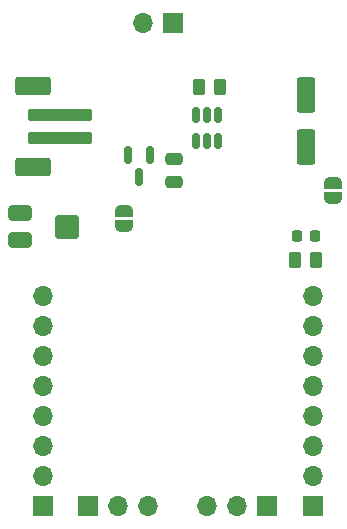
<source format=gbr>
%TF.GenerationSoftware,KiCad,Pcbnew,8.0.6*%
%TF.CreationDate,2025-10-11T08:40:00-07:00*%
%TF.ProjectId,cnft-tpl-esp32cam,636e6674-2d74-4706-9c2d-657370333263,rev?*%
%TF.SameCoordinates,Original*%
%TF.FileFunction,Soldermask,Top*%
%TF.FilePolarity,Negative*%
%FSLAX46Y46*%
G04 Gerber Fmt 4.6, Leading zero omitted, Abs format (unit mm)*
G04 Created by KiCad (PCBNEW 8.0.6) date 2025-10-11 08:40:00*
%MOMM*%
%LPD*%
G01*
G04 APERTURE LIST*
G04 Aperture macros list*
%AMRoundRect*
0 Rectangle with rounded corners*
0 $1 Rounding radius*
0 $2 $3 $4 $5 $6 $7 $8 $9 X,Y pos of 4 corners*
0 Add a 4 corners polygon primitive as box body*
4,1,4,$2,$3,$4,$5,$6,$7,$8,$9,$2,$3,0*
0 Add four circle primitives for the rounded corners*
1,1,$1+$1,$2,$3*
1,1,$1+$1,$4,$5*
1,1,$1+$1,$6,$7*
1,1,$1+$1,$8,$9*
0 Add four rect primitives between the rounded corners*
20,1,$1+$1,$2,$3,$4,$5,0*
20,1,$1+$1,$4,$5,$6,$7,0*
20,1,$1+$1,$6,$7,$8,$9,0*
20,1,$1+$1,$8,$9,$2,$3,0*%
%AMFreePoly0*
4,1,19,0.500000,-0.750000,0.000000,-0.750000,0.000000,-0.744911,-0.071157,-0.744911,-0.207708,-0.704816,-0.327430,-0.627875,-0.420627,-0.520320,-0.479746,-0.390866,-0.500000,-0.250000,-0.500000,0.250000,-0.479746,0.390866,-0.420627,0.520320,-0.327430,0.627875,-0.207708,0.704816,-0.071157,0.744911,0.000000,0.744911,0.000000,0.750000,0.500000,0.750000,0.500000,-0.750000,0.500000,-0.750000,
$1*%
%AMFreePoly1*
4,1,19,0.000000,0.744911,0.071157,0.744911,0.207708,0.704816,0.327430,0.627875,0.420627,0.520320,0.479746,0.390866,0.500000,0.250000,0.500000,-0.250000,0.479746,-0.390866,0.420627,-0.520320,0.327430,-0.627875,0.207708,-0.704816,0.071157,-0.744911,0.000000,-0.744911,0.000000,-0.750000,-0.500000,-0.750000,-0.500000,0.750000,0.000000,0.750000,0.000000,0.744911,0.000000,0.744911,
$1*%
G04 Aperture macros list end*
%ADD10RoundRect,0.250000X0.750000X-0.400000X0.750000X0.400000X-0.750000X0.400000X-0.750000X-0.400000X0*%
%ADD11RoundRect,0.250000X0.750000X-0.750000X0.750000X0.750000X-0.750000X0.750000X-0.750000X-0.750000X0*%
%ADD12R,1.700000X1.700000*%
%ADD13O,1.700000X1.700000*%
%ADD14RoundRect,0.150000X-0.150000X0.587500X-0.150000X-0.587500X0.150000X-0.587500X0.150000X0.587500X0*%
%ADD15RoundRect,0.250000X-0.475000X0.250000X-0.475000X-0.250000X0.475000X-0.250000X0.475000X0.250000X0*%
%ADD16RoundRect,0.150000X0.150000X-0.512500X0.150000X0.512500X-0.150000X0.512500X-0.150000X-0.512500X0*%
%ADD17RoundRect,0.250000X2.500000X-0.250000X2.500000X0.250000X-2.500000X0.250000X-2.500000X-0.250000X0*%
%ADD18RoundRect,0.250000X1.250000X-0.550000X1.250000X0.550000X-1.250000X0.550000X-1.250000X-0.550000X0*%
%ADD19RoundRect,0.250000X-0.262500X-0.450000X0.262500X-0.450000X0.262500X0.450000X-0.262500X0.450000X0*%
%ADD20FreePoly0,90.000000*%
%ADD21FreePoly1,90.000000*%
%ADD22RoundRect,0.250000X0.262500X0.450000X-0.262500X0.450000X-0.262500X-0.450000X0.262500X-0.450000X0*%
%ADD23RoundRect,0.250000X-0.550000X1.250000X-0.550000X-1.250000X0.550000X-1.250000X0.550000X1.250000X0*%
%ADD24RoundRect,0.218750X-0.218750X-0.256250X0.218750X-0.256250X0.218750X0.256250X-0.218750X0.256250X0*%
G04 APERTURE END LIST*
D10*
%TO.C,RV1*%
X2191000Y31412800D03*
D11*
X6191000Y32562800D03*
D10*
X2191000Y33712800D03*
%TD*%
D12*
%TO.C,SW1*%
X15118400Y49835200D03*
D13*
X12578400Y49835200D03*
%TD*%
D14*
%TO.C,U2*%
X13208000Y38608000D03*
X11308000Y38608000D03*
X12258000Y36733000D03*
%TD*%
D12*
%TO.C,J2*%
X4114800Y8880000D03*
D13*
X4114800Y11420000D03*
X4114800Y13960000D03*
X4114800Y16500000D03*
X4114800Y19040000D03*
X4114800Y21580000D03*
X4114800Y24120000D03*
X4114800Y26660000D03*
%TD*%
D15*
%TO.C,C1*%
X15240000Y38275000D03*
X15240000Y36375000D03*
%TD*%
D16*
%TO.C,U1*%
X17084000Y39776400D03*
X18034000Y39776400D03*
X18984000Y39776400D03*
X18984000Y42051400D03*
X18034000Y42051400D03*
X17084000Y42051400D03*
%TD*%
D17*
%TO.C,J3*%
X5547400Y40031500D03*
X5547400Y42031500D03*
D18*
X3297400Y37631500D03*
X3297400Y44431500D03*
%TD*%
D19*
%TO.C,R2*%
X25440500Y29743400D03*
X27265500Y29743400D03*
%TD*%
D20*
%TO.C,JP2*%
X11023600Y32624000D03*
D21*
X11023600Y33924000D03*
%TD*%
D12*
%TO.C,J5*%
X7950000Y8890000D03*
D13*
X10490000Y8890000D03*
X13030000Y8890000D03*
%TD*%
D22*
%TO.C,R1*%
X19137500Y44373800D03*
X17312500Y44373800D03*
%TD*%
D20*
%TO.C,JP1*%
X28702000Y34986200D03*
D21*
X28702000Y36286200D03*
%TD*%
D23*
%TO.C,C2*%
X26390600Y43719200D03*
X26390600Y39319200D03*
%TD*%
D24*
%TO.C,D1*%
X25603000Y31750000D03*
X27178000Y31750000D03*
%TD*%
D12*
%TO.C,J1*%
X26980000Y8880000D03*
D13*
X26980000Y11420000D03*
X26980000Y13960000D03*
X26980000Y16500000D03*
X26980000Y19040000D03*
X26980000Y21580000D03*
X26980000Y24120000D03*
X26980000Y26660000D03*
%TD*%
D12*
%TO.C,J4*%
X23114000Y8890000D03*
D13*
X20574000Y8890000D03*
X18034000Y8890000D03*
%TD*%
M02*

</source>
